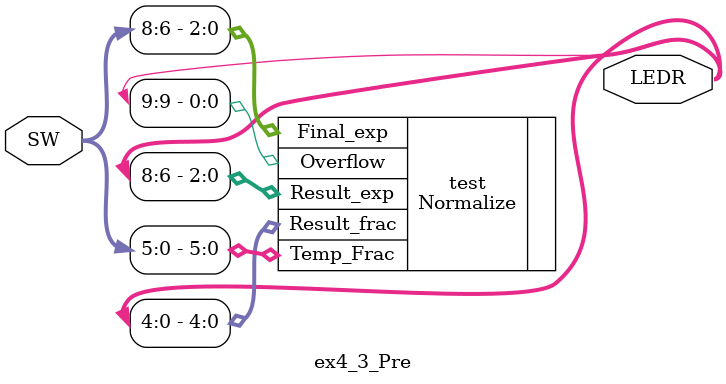
<source format=sv>
module ex4_3_Pre(
		input  logic [9:0] SW,
		output logic [9:0] LEDR
);

Normalize   		test(.Temp_Frac(SW[5:0]), .Final_exp(SW[8:6]), 
							  .Result_frac(LEDR[4:0]), .Result_exp(LEDR[8:6]), .Overflow(LEDR[9]) );

endmodule 
</source>
